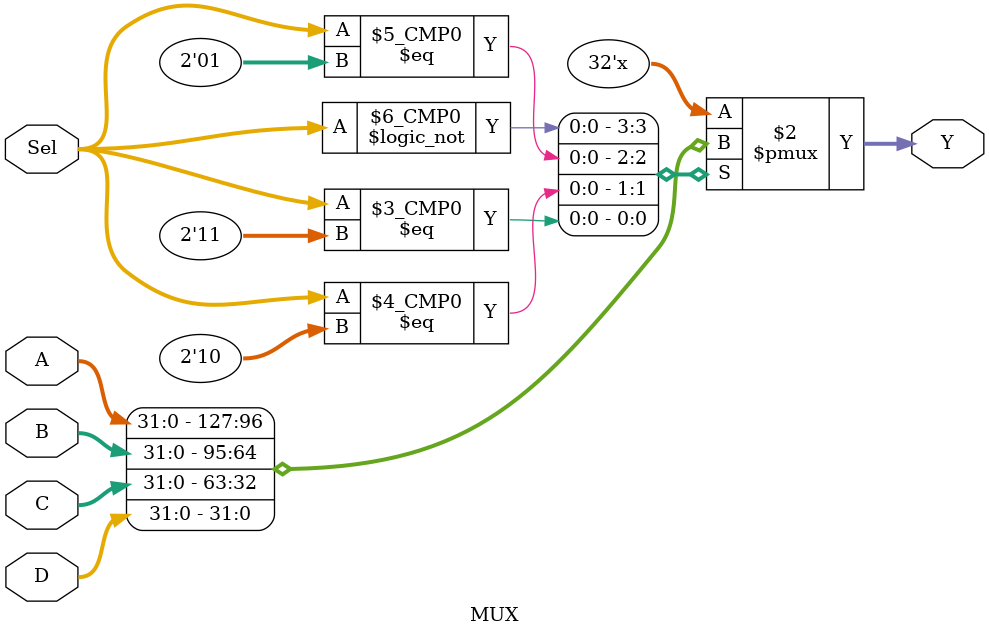
<source format=v>
`timescale 1ns / 1ps


module MUX(
        input [1:0] Sel,
        input [31:0] A,
        input [31:0] B,
        input [31:0] C,
        input [31:0] D,

        output reg [31:0] Y
    );

    always @(*) begin
            case(Sel)
                2'b00: Y = A;
                2'b01: Y = B;
                2'b10: Y = C;
                2'b11: Y = D;
            endcase
    end
endmodule

</source>
